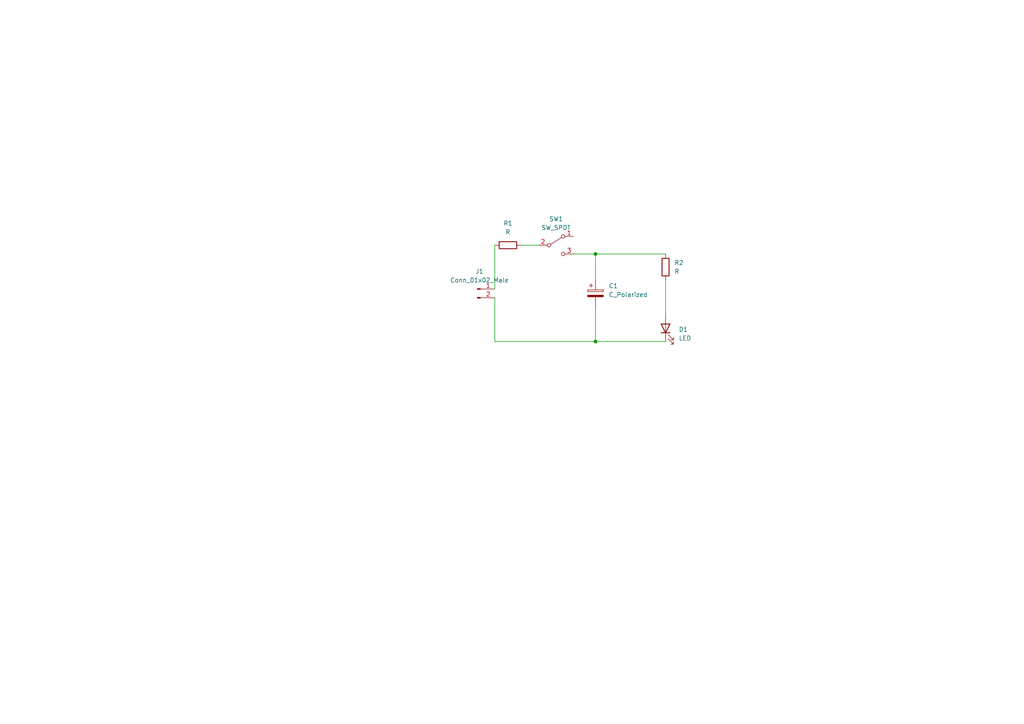
<source format=kicad_sch>
(kicad_sch (version 20211123) (generator eeschema)
  (paper "A4")
  (lib_symbols
    (symbol "Connector:Conn_01x02_Male" (pin_names (offset 1.016) hide)
      (property "Reference" "J" (at 0 2.54 0))
      (property "Value" "Conn_01x02_Male" (at 0 -5.08 0))
      (symbol "Conn_01x02_Male_1_1"
        (polyline (pts (xy 1.27 -2.54) (xy 0.8636 -2.54)) (stroke (width 0.1524)))
        (polyline (pts (xy 1.27 0) (xy 0.8636 0)) (stroke (width 0.1524)))
        (rectangle (start 0.8636 -2.413) (end 0 -2.667) (stroke (width 0.1524)) (fill (type outline)))
        (rectangle (start 0.8636 0.127) (end 0 -0.127) (stroke (width 0.1524)) (fill (type outline)))
        (pin passive line (at 5.08 0 180) (length 3.81) (name "Pin_1") (number "1"))
        (pin passive line (at 5.08 -2.54 180) (length 3.81) (name "Pin_2") (number "2"))
      )
    )
    (symbol "Device:C_Polarized" (pin_numbers hide) (pin_names (offset 0.254))
      (property "Reference" "C" (at 0.635 2.54 0))
      (property "Value" "C_Polarized" (at 0.635 -2.54 0))
      (symbol "C_Polarized_0_1"
        (rectangle (start -2.286 0.508) (end 2.286 1.016))
        (polyline (pts (xy -1.778 2.286) (xy -0.762 2.286)))
        (polyline (pts (xy -1.27 2.794) (xy -1.27 1.778)))
        (rectangle (start 2.286 -0.508) (end -2.286 -1.016) (fill (type outline)))
      )
      (symbol "C_Polarized_1_1"
        (pin passive line (at 0 3.81 270) (length 2.794) (name "~") (number "1"))
        (pin passive line (at 0 -3.81 90) (length 2.794) (name "~") (number "2"))
      )
    )
    (symbol "Device:LED" (pin_numbers hide) (pin_names (offset 1.016) hide)
      (property "Reference" "D" (at 0 2.54 0))
      (property "Value" "LED" (at 0 -2.54 0))
      (symbol "LED_0_1"
        (polyline (pts (xy -1.27 -1.27) (xy -1.27 1.27)) (stroke (width 0.254)))
        (polyline (pts (xy -1.27 0) (xy 1.27 0)))
        (polyline (pts (xy 1.27 -1.27) (xy 1.27 1.27) (xy -1.27 0) (xy 1.27 -1.27)) (stroke (width 0.254)))
        (polyline (pts (xy -3.048 -0.762) (xy -4.572 -2.286) (xy -3.81 -2.286) (xy -4.572 -2.286) (xy -4.572 -1.524)))
        (polyline (pts (xy -1.778 -0.762) (xy -3.302 -2.286) (xy -2.54 -2.286) (xy -3.302 -2.286) (xy -3.302 -1.524)))
      )
      (symbol "LED_1_1"
        (pin passive line (at -3.81 0 0) (length 2.54) (name "K") (number "1"))
        (pin passive line (at 3.81 0 180) (length 2.54) (name "A") (number "2"))
      )
    )
    (symbol "Device:R" (pin_numbers hide) (pin_names (offset 0))
      (property "Reference" "R" (at 2.032 0 90))
      (property "Value" "R" (at 0 0 90))
      (symbol "R_0_1"
        (rectangle (start -1.016 -2.54) (end 1.016 2.54) (stroke (width 0.254)))
      )
      (symbol "R_1_1"
        (pin passive line (at 0 3.81 270) (length 1.27) (name "~") (number "1"))
        (pin passive line (at 0 -3.81 90) (length 1.27) (name "~") (number "2"))
      )
    )
    (symbol "Switch:SW_SPDT" (pin_names (offset 0) hide)
      (property "Reference" "SW" (at 0 4.318 0))
      (property "Value" "SW_SPDT" (at 0 -5.08 0))
      (symbol "SW_SPDT_0_0"
        (circle (center -2.032 0) (radius 0.508))
        (circle (center 2.032 -2.54) (radius 0.508))
      )
      (symbol "SW_SPDT_0_1"
        (polyline (pts (xy -1.524 0.254) (xy 1.651 2.286)))
        (circle (center 2.032 2.54) (radius 0.508))
      )
      (symbol "SW_SPDT_1_1"
        (pin passive line (at 5.08 2.54 180) (length 2.54) (name "A") (number "1"))
        (pin passive line (at -5.08 0 0) (length 2.54) (name "B") (number "2"))
        (pin passive line (at 5.08 -2.54 180) (length 2.54) (name "C") (number "3"))
      )
    )
  )
  (junction (at 172.72 73.66))
  (junction (at 172.72 99.06))
  (wire (pts (xy 143.51 86.36) (xy 143.51 99.06)))
  (wire (pts (xy 166.37 73.66) (xy 172.72 73.66)))
  (wire (pts (xy 172.72 73.66) (xy 172.72 81.28)))
  (wire (pts (xy 172.72 99.06) (xy 193.04 99.06)))
  (wire (pts (xy 143.51 71.12) (xy 143.51 83.82)))
  (wire (pts (xy 151.13 71.12) (xy 156.21 71.12)))
  (wire (pts (xy 172.72 88.9) (xy 172.72 99.06)))
  (wire (pts (xy 193.04 81.28) (xy 193.04 91.44)))
  (wire (pts (xy 193.04 73.66) (xy 172.72 73.66)))
  (wire (pts (xy 143.51 99.06) (xy 172.72 99.06)))
  (symbol (lib_id "Device:R") (at 193.04 77.47 0) (unit 1)
    (property "Reference" "R2" (at 195.58 76.1999 0) (effects (justify left)))
    (property "Value" "R" (at 195.58 78.7399 0) (effects (justify left)))
  )
  (symbol (lib_id "Switch:SW_SPDT") (at 161.29 71.12 0) (unit 1)
    (property "Reference" "SW1" (at 161.29 63.5 0))
    (property "Value" "SW_SPDT" (at 161.29 66.04 0))
  )
  (symbol (lib_id "Device:C_Polarized") (at 172.72 85.09 0) (unit 1)
    (property "Reference" "C1" (at 176.53 82.9309 0) (effects (justify left)))
    (property "Value" "C_Polarized" (at 176.53 85.4709 0) (effects (justify left)))
  )
  (symbol (lib_id "Device:R") (at 147.32 71.12 90) (unit 1)
    (property "Reference" "R1" (at 147.32 64.77 90))
    (property "Value" "R" (at 147.32 67.31 90))
  )
  (symbol (lib_id "Connector:Conn_01x02_Male") (at 138.43 83.82 0) (unit 1)
    (property "Reference" "J1" (at 139.065 78.74 0))
    (property "Value" "Conn_01x02_Male" (at 139.065 81.28 0))
  )
  (symbol (lib_id "Device:LED") (at 193.04 95.25 90) (unit 1)
    (property "Reference" "D1" (at 196.85 95.5674 90) (effects (justify right)))
    (property "Value" "LED" (at 196.85 98.1074 90) (effects (justify right)))
  )
)
</source>
